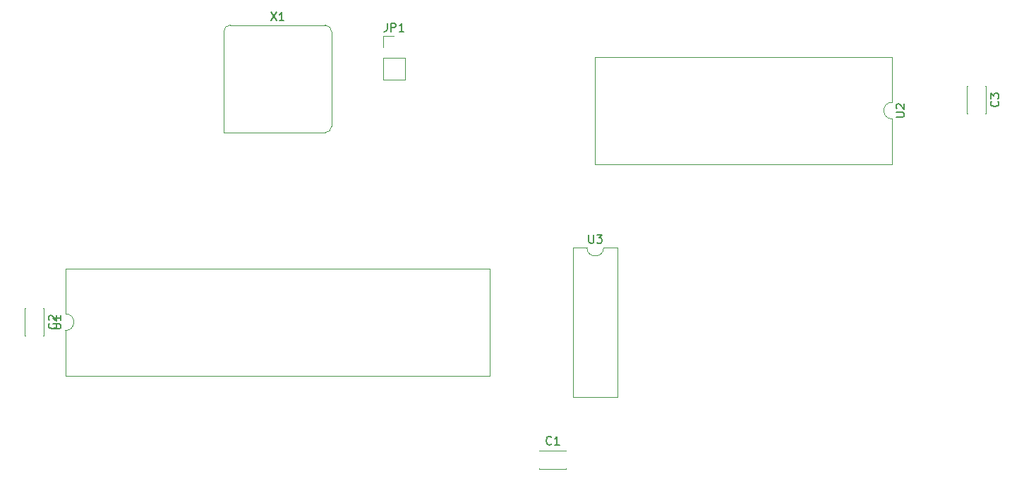
<source format=gbr>
G04 #@! TF.GenerationSoftware,KiCad,Pcbnew,5.1.8-db9833491~88~ubuntu20.04.1*
G04 #@! TF.CreationDate,2020-12-16T12:59:07+01:00*
G04 #@! TF.ProjectId,dtZ80,64745a38-302e-46b6-9963-61645f706362,1*
G04 #@! TF.SameCoordinates,Original*
G04 #@! TF.FileFunction,Legend,Top*
G04 #@! TF.FilePolarity,Positive*
%FSLAX46Y46*%
G04 Gerber Fmt 4.6, Leading zero omitted, Abs format (unit mm)*
G04 Created by KiCad (PCBNEW 5.1.8-db9833491~88~ubuntu20.04.1) date 2020-12-16 12:59:07*
%MOMM*%
%LPD*%
G01*
G04 APERTURE LIST*
%ADD10C,0.120000*%
%ADD11C,0.150000*%
G04 APERTURE END LIST*
D10*
X99275000Y-65100000D02*
X99210000Y-65100000D01*
X101450000Y-65100000D02*
X101385000Y-65100000D01*
X99275000Y-61860000D02*
X99210000Y-61860000D01*
X101450000Y-61860000D02*
X101385000Y-61860000D01*
X99210000Y-61860000D02*
X99210000Y-65100000D01*
X101450000Y-61860000D02*
X101450000Y-65100000D01*
X-13755000Y-91770000D02*
X-13820000Y-91770000D01*
X-11580000Y-91770000D02*
X-11645000Y-91770000D01*
X-13755000Y-88530000D02*
X-13820000Y-88530000D01*
X-11580000Y-88530000D02*
X-11645000Y-88530000D01*
X-13820000Y-88530000D02*
X-13820000Y-91770000D01*
X-11580000Y-88530000D02*
X-11580000Y-91770000D01*
X51130000Y-107735000D02*
X51130000Y-107800000D01*
X51130000Y-105560000D02*
X51130000Y-105625000D01*
X47890000Y-107735000D02*
X47890000Y-107800000D01*
X47890000Y-105560000D02*
X47890000Y-105625000D01*
X47890000Y-107800000D02*
X51130000Y-107800000D01*
X47890000Y-105560000D02*
X51130000Y-105560000D01*
X29150000Y-61020000D02*
X31810000Y-61020000D01*
X29150000Y-58420000D02*
X29150000Y-61020000D01*
X31810000Y-58420000D02*
X31810000Y-61020000D01*
X29150000Y-58420000D02*
X31810000Y-58420000D01*
X29150000Y-57150000D02*
X29150000Y-55820000D01*
X29150000Y-55820000D02*
X30480000Y-55820000D01*
X53610000Y-81220000D02*
X51960000Y-81220000D01*
X51960000Y-81220000D02*
X51960000Y-99120000D01*
X51960000Y-99120000D02*
X57260000Y-99120000D01*
X57260000Y-99120000D02*
X57260000Y-81220000D01*
X57260000Y-81220000D02*
X55610000Y-81220000D01*
X55610000Y-81220000D02*
G75*
G02*
X53610000Y-81220000I-1000000J0D01*
G01*
X10060000Y-67410000D02*
X22210000Y-67410000D01*
X22960000Y-66660000D02*
X22960000Y-55260000D01*
X22210000Y-54510000D02*
X10810000Y-54510000D01*
X10060000Y-55260000D02*
X10060000Y-67410000D01*
X10810000Y-54510000D02*
G75*
G03*
X10060000Y-55260000I0J-750000D01*
G01*
X22960000Y-55260000D02*
G75*
G03*
X22210000Y-54510000I-750000J0D01*
G01*
X22210000Y-67410000D02*
G75*
G03*
X22960000Y-66660000I0J750000D01*
G01*
X90230000Y-71230000D02*
X90230000Y-65770000D01*
X54550000Y-71230000D02*
X90230000Y-71230000D01*
X54550000Y-58310000D02*
X54550000Y-71230000D01*
X90230000Y-58310000D02*
X54550000Y-58310000D01*
X90230000Y-63770000D02*
X90230000Y-58310000D01*
X90230000Y-65770000D02*
G75*
G02*
X90230000Y-63770000I0J1000000D01*
G01*
X-8950000Y-83710000D02*
X-8950000Y-89170000D01*
X41970000Y-83710000D02*
X-8950000Y-83710000D01*
X41970000Y-96630000D02*
X41970000Y-83710000D01*
X-8950000Y-96630000D02*
X41970000Y-96630000D01*
X-8950000Y-91170000D02*
X-8950000Y-96630000D01*
X-8950000Y-89170000D02*
G75*
G02*
X-8950000Y-91170000I0J-1000000D01*
G01*
D11*
X102937142Y-63646666D02*
X102984761Y-63694285D01*
X103032380Y-63837142D01*
X103032380Y-63932380D01*
X102984761Y-64075238D01*
X102889523Y-64170476D01*
X102794285Y-64218095D01*
X102603809Y-64265714D01*
X102460952Y-64265714D01*
X102270476Y-64218095D01*
X102175238Y-64170476D01*
X102080000Y-64075238D01*
X102032380Y-63932380D01*
X102032380Y-63837142D01*
X102080000Y-63694285D01*
X102127619Y-63646666D01*
X102032380Y-63313333D02*
X102032380Y-62694285D01*
X102413333Y-63027619D01*
X102413333Y-62884761D01*
X102460952Y-62789523D01*
X102508571Y-62741904D01*
X102603809Y-62694285D01*
X102841904Y-62694285D01*
X102937142Y-62741904D01*
X102984761Y-62789523D01*
X103032380Y-62884761D01*
X103032380Y-63170476D01*
X102984761Y-63265714D01*
X102937142Y-63313333D01*
X-10092857Y-90316666D02*
X-10045238Y-90364285D01*
X-9997619Y-90507142D01*
X-9997619Y-90602380D01*
X-10045238Y-90745238D01*
X-10140476Y-90840476D01*
X-10235714Y-90888095D01*
X-10426190Y-90935714D01*
X-10569047Y-90935714D01*
X-10759523Y-90888095D01*
X-10854761Y-90840476D01*
X-10950000Y-90745238D01*
X-10997619Y-90602380D01*
X-10997619Y-90507142D01*
X-10950000Y-90364285D01*
X-10902380Y-90316666D01*
X-10902380Y-89935714D02*
X-10950000Y-89888095D01*
X-10997619Y-89792857D01*
X-10997619Y-89554761D01*
X-10950000Y-89459523D01*
X-10902380Y-89411904D01*
X-10807142Y-89364285D01*
X-10711904Y-89364285D01*
X-10569047Y-89411904D01*
X-9997619Y-89983333D01*
X-9997619Y-89364285D01*
X49343333Y-104787142D02*
X49295714Y-104834761D01*
X49152857Y-104882380D01*
X49057619Y-104882380D01*
X48914761Y-104834761D01*
X48819523Y-104739523D01*
X48771904Y-104644285D01*
X48724285Y-104453809D01*
X48724285Y-104310952D01*
X48771904Y-104120476D01*
X48819523Y-104025238D01*
X48914761Y-103930000D01*
X49057619Y-103882380D01*
X49152857Y-103882380D01*
X49295714Y-103930000D01*
X49343333Y-103977619D01*
X50295714Y-104882380D02*
X49724285Y-104882380D01*
X50010000Y-104882380D02*
X50010000Y-103882380D01*
X49914761Y-104025238D01*
X49819523Y-104120476D01*
X49724285Y-104168095D01*
X29646666Y-54272380D02*
X29646666Y-54986666D01*
X29599047Y-55129523D01*
X29503809Y-55224761D01*
X29360952Y-55272380D01*
X29265714Y-55272380D01*
X30122857Y-55272380D02*
X30122857Y-54272380D01*
X30503809Y-54272380D01*
X30599047Y-54320000D01*
X30646666Y-54367619D01*
X30694285Y-54462857D01*
X30694285Y-54605714D01*
X30646666Y-54700952D01*
X30599047Y-54748571D01*
X30503809Y-54796190D01*
X30122857Y-54796190D01*
X31646666Y-55272380D02*
X31075238Y-55272380D01*
X31360952Y-55272380D02*
X31360952Y-54272380D01*
X31265714Y-54415238D01*
X31170476Y-54510476D01*
X31075238Y-54558095D01*
X53848095Y-79672380D02*
X53848095Y-80481904D01*
X53895714Y-80577142D01*
X53943333Y-80624761D01*
X54038571Y-80672380D01*
X54229047Y-80672380D01*
X54324285Y-80624761D01*
X54371904Y-80577142D01*
X54419523Y-80481904D01*
X54419523Y-79672380D01*
X54800476Y-79672380D02*
X55419523Y-79672380D01*
X55086190Y-80053333D01*
X55229047Y-80053333D01*
X55324285Y-80100952D01*
X55371904Y-80148571D01*
X55419523Y-80243809D01*
X55419523Y-80481904D01*
X55371904Y-80577142D01*
X55324285Y-80624761D01*
X55229047Y-80672380D01*
X54943333Y-80672380D01*
X54848095Y-80624761D01*
X54800476Y-80577142D01*
X15700476Y-52962380D02*
X16367142Y-53962380D01*
X16367142Y-52962380D02*
X15700476Y-53962380D01*
X17271904Y-53962380D02*
X16700476Y-53962380D01*
X16986190Y-53962380D02*
X16986190Y-52962380D01*
X16890952Y-53105238D01*
X16795714Y-53200476D01*
X16700476Y-53248095D01*
X90682380Y-65531904D02*
X91491904Y-65531904D01*
X91587142Y-65484285D01*
X91634761Y-65436666D01*
X91682380Y-65341428D01*
X91682380Y-65150952D01*
X91634761Y-65055714D01*
X91587142Y-65008095D01*
X91491904Y-64960476D01*
X90682380Y-64960476D01*
X90777619Y-64531904D02*
X90730000Y-64484285D01*
X90682380Y-64389047D01*
X90682380Y-64150952D01*
X90730000Y-64055714D01*
X90777619Y-64008095D01*
X90872857Y-63960476D01*
X90968095Y-63960476D01*
X91110952Y-64008095D01*
X91682380Y-64579523D01*
X91682380Y-63960476D01*
X-10497619Y-90931904D02*
X-9688095Y-90931904D01*
X-9592857Y-90884285D01*
X-9545238Y-90836666D01*
X-9497619Y-90741428D01*
X-9497619Y-90550952D01*
X-9545238Y-90455714D01*
X-9592857Y-90408095D01*
X-9688095Y-90360476D01*
X-10497619Y-90360476D01*
X-9497619Y-89360476D02*
X-9497619Y-89931904D01*
X-9497619Y-89646190D02*
X-10497619Y-89646190D01*
X-10354761Y-89741428D01*
X-10259523Y-89836666D01*
X-10211904Y-89931904D01*
M02*

</source>
